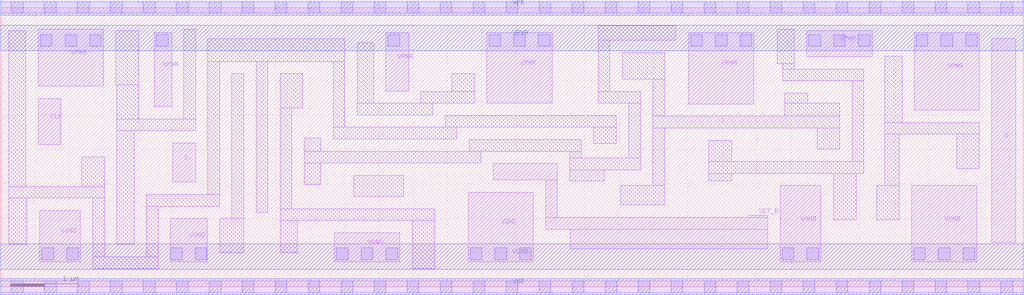
<source format=lef>
# Copyright 2020 The SkyWater PDK Authors
#
# Licensed under the Apache License, Version 2.0 (the "License");
# you may not use this file except in compliance with the License.
# You may obtain a copy of the License at
#
#     https://www.apache.org/licenses/LICENSE-2.0
#
# Unless required by applicable law or agreed to in writing, software
# distributed under the License is distributed on an "AS IS" BASIS,
# WITHOUT WARRANTIES OR CONDITIONS OF ANY KIND, either express or implied.
# See the License for the specific language governing permissions and
# limitations under the License.
#
# SPDX-License-Identifier: Apache-2.0

VERSION 5.5 ;
NAMESCASESENSITIVE ON ;
BUSBITCHARS "[]" ;
DIVIDERCHAR "/" ;
MACRO sky130_fd_sc_hvl__dfstp_1
  CLASS CORE ;
  SOURCE USER ;
  ORIGIN  0.000000  0.000000 ;
  SIZE  14.88000 BY  4.070000 ;
  SYMMETRY X Y ;
  SITE unithv ;
  PIN D
    ANTENNAGATEAREA  0.420000 ;
    DIRECTION INPUT ;
    USE SIGNAL ;
    PORT
      LAYER li1 ;
        RECT 2.505000 1.525000 2.835000 2.095000 ;
    END
  END D
  PIN Q
    ANTENNADIFFAREA  0.478750 ;
    DIRECTION OUTPUT ;
    USE SIGNAL ;
    PORT
      LAYER li1 ;
        RECT 14.420000 0.645000 14.770000 3.615000 ;
    END
  END Q
  PIN SET_B
    ANTENNAGATEAREA  0.840000 ;
    DIRECTION INPUT ;
    USE SIGNAL ;
    PORT
      LAYER li1 ;
        RECT  7.165000 1.555000  8.100000 1.795000 ;
        RECT  7.930000 0.840000 11.160000 1.010000 ;
        RECT  7.930000 1.010000  8.100000 1.555000 ;
        RECT  8.285000 0.555000 11.160000 0.840000 ;
        RECT 10.885000 1.010000 11.160000 1.040000 ;
    END
  END SET_B
  PIN CLK
    ANTENNAGATEAREA  0.585000 ;
    DIRECTION INPUT ;
    USE CLOCK ;
    PORT
      LAYER li1 ;
        RECT 0.545000 2.075000 0.875000 2.745000 ;
    END
  END CLK
  PIN VGND
    DIRECTION INOUT ;
    USE GROUND ;
    PORT
      LAYER li1 ;
        RECT 0.570000 0.365000 1.160000 1.115000 ;
    END
    PORT
      LAYER li1 ;
        RECT 11.340000 0.365000 11.930000 1.475000 ;
    END
    PORT
      LAYER li1 ;
        RECT 13.255000 0.365000 14.205000 1.475000 ;
    END
    PORT
      LAYER li1 ;
        RECT 2.470000 0.365000 3.005000 0.995000 ;
    END
    PORT
      LAYER li1 ;
        RECT 4.855000 0.365000 5.805000 0.785000 ;
    END
    PORT
      LAYER li1 ;
        RECT 6.800000 0.365000 7.750000 1.375000 ;
    END
    PORT
      LAYER met1 ;
        RECT 0.000000 0.255000 14.880000 0.625000 ;
    END
  END VGND
  PIN VNB
    DIRECTION INOUT ;
    USE GROUND ;
    PORT
      LAYER li1 ;
        RECT 0.000000 -0.085000 14.880000 0.085000 ;
    END
    PORT
      LAYER met1 ;
        RECT 0.000000 -0.115000 14.880000 0.115000 ;
    END
  END VNB
  PIN VPB
    DIRECTION INOUT ;
    USE POWER ;
    PORT
      LAYER li1 ;
        RECT 0.000000 3.985000 14.880000 4.155000 ;
    END
    PORT
      LAYER met1 ;
        RECT 0.000000 3.955000 14.880000 4.185000 ;
    END
  END VPB
  PIN VPWR
    DIRECTION INOUT ;
    USE POWER ;
    PORT
      LAYER li1 ;
        RECT 0.545000 2.925000 1.495000 3.755000 ;
    END
    PORT
      LAYER li1 ;
        RECT 10.010000 2.665000 10.960000 3.705000 ;
    END
    PORT
      LAYER li1 ;
        RECT 11.730000 3.355000 12.680000 3.735000 ;
    END
    PORT
      LAYER li1 ;
        RECT 13.295000 2.575000 14.240000 3.705000 ;
    END
    PORT
      LAYER li1 ;
        RECT 2.235000 2.625000 2.485000 3.705000 ;
    END
    PORT
      LAYER li1 ;
        RECT 5.605000 2.855000 5.935000 3.705000 ;
    END
    PORT
      LAYER li1 ;
        RECT 7.075000 2.675000 8.025000 3.705000 ;
    END
    PORT
      LAYER met1 ;
        RECT 0.000000 3.445000 14.880000 3.815000 ;
    END
  END VPWR
  OBS
    LAYER li1 ;
      RECT  0.115000 0.615000  0.380000 1.295000 ;
      RECT  0.115000 1.295000  1.510000 1.465000 ;
      RECT  0.115000 1.465000  0.365000 3.735000 ;
      RECT  1.180000 1.465000  1.510000 1.895000 ;
      RECT  1.340000 0.265000  2.290000 0.435000 ;
      RECT  1.340000 0.435000  1.510000 1.295000 ;
      RECT  1.675000 2.945000  2.005000 3.735000 ;
      RECT  1.690000 0.615000  1.940000 2.275000 ;
      RECT  1.690000 2.275000  2.835000 2.445000 ;
      RECT  1.690000 2.445000  2.005000 2.945000 ;
      RECT  2.120000 0.435000  2.290000 1.175000 ;
      RECT  2.120000 1.175000  3.185000 1.345000 ;
      RECT  2.665000 2.445000  2.835000 3.755000 ;
      RECT  3.015000 1.345000  3.185000 3.285000 ;
      RECT  3.015000 3.285000  5.005000 3.615000 ;
      RECT  3.185000 0.495000  3.535000 0.995000 ;
      RECT  3.365000 0.995000  3.535000 3.105000 ;
      RECT  3.715000 1.085000  3.885000 3.285000 ;
      RECT  4.065000 0.495000  4.315000 0.965000 ;
      RECT  4.065000 0.965000  6.315000 1.135000 ;
      RECT  4.065000 1.135000  4.235000 2.605000 ;
      RECT  4.065000 2.605000  4.395000 3.105000 ;
      RECT  4.415000 1.495000  4.655000 1.805000 ;
      RECT  4.415000 1.805000  6.985000 1.975000 ;
      RECT  4.415000 1.975000  4.655000 2.165000 ;
      RECT  4.835000 2.155000  6.635000 2.325000 ;
      RECT  4.835000 2.325000  5.005000 3.285000 ;
      RECT  5.135000 1.315000  5.865000 1.625000 ;
      RECT  5.185000 2.505000  6.285000 2.675000 ;
      RECT  5.185000 2.675000  5.425000 3.555000 ;
      RECT  5.985000 0.265000  6.315000 0.965000 ;
      RECT  6.115000 2.675000  6.895000 2.845000 ;
      RECT  6.465000 2.325000  8.960000 2.495000 ;
      RECT  6.565000 2.845000  6.895000 3.105000 ;
      RECT  6.815000 1.975000  8.450000 2.145000 ;
      RECT  8.280000 1.545000  8.785000 1.705000 ;
      RECT  8.280000 1.705000  9.310000 1.875000 ;
      RECT  8.280000 1.875000  8.450000 1.975000 ;
      RECT  8.630000 2.085000  8.960000 2.325000 ;
      RECT  8.695000 2.675000  9.310000 2.845000 ;
      RECT  8.695000 2.845000  8.865000 3.595000 ;
      RECT  8.695000 3.595000  9.825000 3.805000 ;
      RECT  9.025000 1.190000  9.660000 1.475000 ;
      RECT  9.045000 3.025000  9.660000 3.415000 ;
      RECT  9.140000 1.875000  9.310000 2.675000 ;
      RECT  9.490000 1.475000  9.660000 2.315000 ;
      RECT  9.490000 2.315000 12.210000 2.485000 ;
      RECT  9.490000 2.485000  9.660000 3.025000 ;
      RECT 10.305000 1.545000 10.635000 1.655000 ;
      RECT 10.305000 1.655000 12.560000 1.825000 ;
      RECT 10.305000 1.825000 10.635000 2.135000 ;
      RECT 11.300000 3.255000 11.550000 3.755000 ;
      RECT 11.380000 3.005000 12.560000 3.175000 ;
      RECT 11.380000 3.175000 11.550000 3.255000 ;
      RECT 11.410000 2.485000 12.210000 2.675000 ;
      RECT 11.410000 2.675000 11.740000 2.825000 ;
      RECT 11.880000 2.005000 12.210000 2.315000 ;
      RECT 12.120000 0.975000 12.450000 1.655000 ;
      RECT 12.390000 1.825000 12.560000 3.005000 ;
      RECT 12.745000 0.975000 13.075000 1.475000 ;
      RECT 12.865000 1.475000 13.075000 2.225000 ;
      RECT 12.865000 2.225000 14.240000 2.395000 ;
      RECT 12.865000 2.395000 13.115000 3.365000 ;
      RECT 13.910000 1.725000 14.240000 2.225000 ;
    LAYER mcon ;
      RECT  0.155000 -0.085000  0.325000 0.085000 ;
      RECT  0.155000  3.985000  0.325000 4.155000 ;
      RECT  0.575000  3.505000  0.745000 3.675000 ;
      RECT  0.600000  0.395000  0.770000 0.565000 ;
      RECT  0.635000 -0.085000  0.805000 0.085000 ;
      RECT  0.635000  3.985000  0.805000 4.155000 ;
      RECT  0.935000  3.505000  1.105000 3.675000 ;
      RECT  0.960000  0.395000  1.130000 0.565000 ;
      RECT  1.115000 -0.085000  1.285000 0.085000 ;
      RECT  1.115000  3.985000  1.285000 4.155000 ;
      RECT  1.295000  3.505000  1.465000 3.675000 ;
      RECT  1.595000 -0.085000  1.765000 0.085000 ;
      RECT  1.595000  3.985000  1.765000 4.155000 ;
      RECT  2.075000 -0.085000  2.245000 0.085000 ;
      RECT  2.075000  3.985000  2.245000 4.155000 ;
      RECT  2.265000  3.505000  2.435000 3.675000 ;
      RECT  2.470000  0.395000  2.640000 0.565000 ;
      RECT  2.555000 -0.085000  2.725000 0.085000 ;
      RECT  2.555000  3.985000  2.725000 4.155000 ;
      RECT  2.830000  0.395000  3.000000 0.565000 ;
      RECT  3.035000 -0.085000  3.205000 0.085000 ;
      RECT  3.035000  3.985000  3.205000 4.155000 ;
      RECT  3.515000 -0.085000  3.685000 0.085000 ;
      RECT  3.515000  3.985000  3.685000 4.155000 ;
      RECT  3.995000 -0.085000  4.165000 0.085000 ;
      RECT  3.995000  3.985000  4.165000 4.155000 ;
      RECT  4.475000 -0.085000  4.645000 0.085000 ;
      RECT  4.475000  3.985000  4.645000 4.155000 ;
      RECT  4.885000  0.395000  5.055000 0.565000 ;
      RECT  4.955000 -0.085000  5.125000 0.085000 ;
      RECT  4.955000  3.985000  5.125000 4.155000 ;
      RECT  5.245000  0.395000  5.415000 0.565000 ;
      RECT  5.435000 -0.085000  5.605000 0.085000 ;
      RECT  5.435000  3.985000  5.605000 4.155000 ;
      RECT  5.605000  0.395000  5.775000 0.565000 ;
      RECT  5.635000  3.505000  5.805000 3.675000 ;
      RECT  5.915000 -0.085000  6.085000 0.085000 ;
      RECT  5.915000  3.985000  6.085000 4.155000 ;
      RECT  6.395000 -0.085000  6.565000 0.085000 ;
      RECT  6.395000  3.985000  6.565000 4.155000 ;
      RECT  6.830000  0.395000  7.000000 0.565000 ;
      RECT  6.875000 -0.085000  7.045000 0.085000 ;
      RECT  6.875000  3.985000  7.045000 4.155000 ;
      RECT  7.105000  3.505000  7.275000 3.675000 ;
      RECT  7.190000  0.395000  7.360000 0.565000 ;
      RECT  7.355000 -0.085000  7.525000 0.085000 ;
      RECT  7.355000  3.985000  7.525000 4.155000 ;
      RECT  7.465000  3.505000  7.635000 3.675000 ;
      RECT  7.550000  0.395000  7.720000 0.565000 ;
      RECT  7.825000  3.505000  7.995000 3.675000 ;
      RECT  7.835000 -0.085000  8.005000 0.085000 ;
      RECT  7.835000  3.985000  8.005000 4.155000 ;
      RECT  8.315000 -0.085000  8.485000 0.085000 ;
      RECT  8.315000  3.985000  8.485000 4.155000 ;
      RECT  8.795000 -0.085000  8.965000 0.085000 ;
      RECT  8.795000  3.985000  8.965000 4.155000 ;
      RECT  9.275000 -0.085000  9.445000 0.085000 ;
      RECT  9.275000  3.985000  9.445000 4.155000 ;
      RECT  9.755000 -0.085000  9.925000 0.085000 ;
      RECT  9.755000  3.985000  9.925000 4.155000 ;
      RECT 10.040000  3.505000 10.210000 3.675000 ;
      RECT 10.235000 -0.085000 10.405000 0.085000 ;
      RECT 10.235000  3.985000 10.405000 4.155000 ;
      RECT 10.400000  3.505000 10.570000 3.675000 ;
      RECT 10.715000 -0.085000 10.885000 0.085000 ;
      RECT 10.715000  3.985000 10.885000 4.155000 ;
      RECT 10.760000  3.505000 10.930000 3.675000 ;
      RECT 11.195000 -0.085000 11.365000 0.085000 ;
      RECT 11.195000  3.985000 11.365000 4.155000 ;
      RECT 11.370000  0.395000 11.540000 0.565000 ;
      RECT 11.675000 -0.085000 11.845000 0.085000 ;
      RECT 11.675000  3.985000 11.845000 4.155000 ;
      RECT 11.730000  0.395000 11.900000 0.565000 ;
      RECT 11.760000  3.505000 11.930000 3.675000 ;
      RECT 12.120000  3.505000 12.290000 3.675000 ;
      RECT 12.155000 -0.085000 12.325000 0.085000 ;
      RECT 12.155000  3.985000 12.325000 4.155000 ;
      RECT 12.480000  3.505000 12.650000 3.675000 ;
      RECT 12.635000 -0.085000 12.805000 0.085000 ;
      RECT 12.635000  3.985000 12.805000 4.155000 ;
      RECT 13.115000 -0.085000 13.285000 0.085000 ;
      RECT 13.115000  3.985000 13.285000 4.155000 ;
      RECT 13.285000  0.395000 13.455000 0.565000 ;
      RECT 13.320000  3.505000 13.490000 3.675000 ;
      RECT 13.595000 -0.085000 13.765000 0.085000 ;
      RECT 13.595000  3.985000 13.765000 4.155000 ;
      RECT 13.645000  0.395000 13.815000 0.565000 ;
      RECT 13.680000  3.505000 13.850000 3.675000 ;
      RECT 14.005000  0.395000 14.175000 0.565000 ;
      RECT 14.040000  3.505000 14.210000 3.675000 ;
      RECT 14.075000 -0.085000 14.245000 0.085000 ;
      RECT 14.075000  3.985000 14.245000 4.155000 ;
      RECT 14.555000 -0.085000 14.725000 0.085000 ;
      RECT 14.555000  3.985000 14.725000 4.155000 ;
  END
END sky130_fd_sc_hvl__dfstp_1
END LIBRARY

</source>
